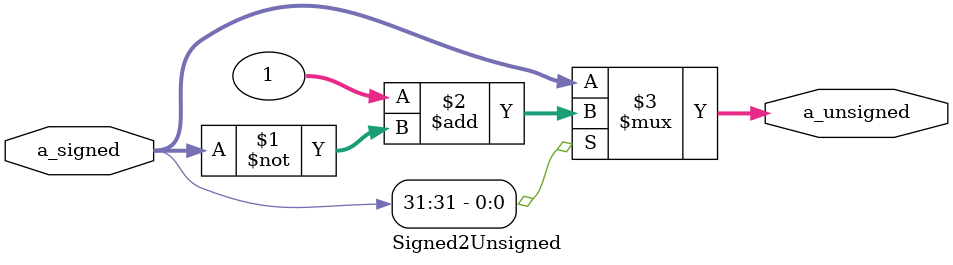
<source format=v>

module Signed2Unsigned(a_signed, a_unsigned);
input  [31:0] a_signed;
output [31:0] a_unsigned;

assign a_unsigned = (a_signed[31] ? (1 + ~a_signed) 
                                  : a_signed);

endmodule
</source>
